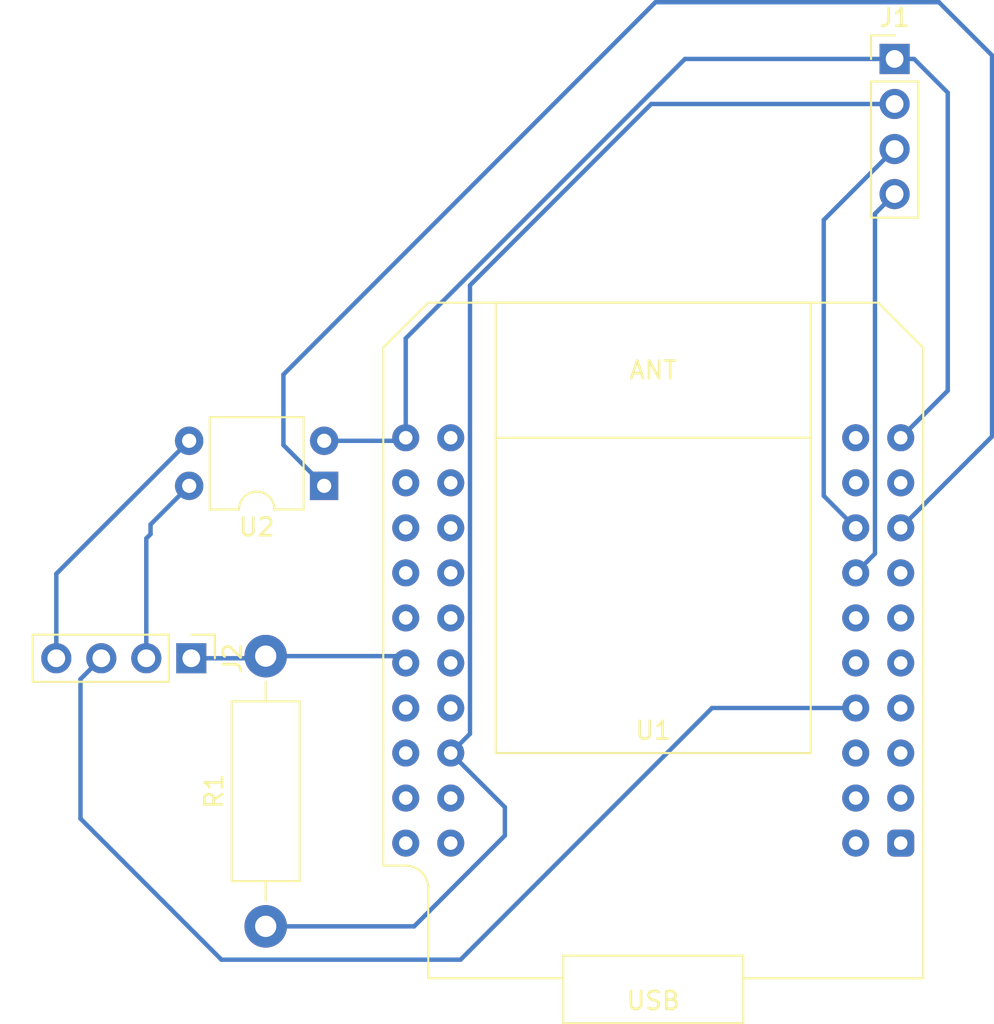
<source format=kicad_pcb>
(kicad_pcb (version 20211014) (generator pcbnew)
  (layers (0 "F.Cu" signal) (31 "B.Cu" signal) (34 "B.Paste" user) (35 "F.Paste" user) (36 "B.SilkS" user "B.Silkscreen") (37 "F.SilkS" user "F.Silkscreen") (38 "B.Mask" user) (39 "F.Mask" user) (44 "Edge.Cuts" user))
  (net 0 "")
  (net 1 "/GND")
  (net 2 "Net-(J1-Pad2)")
  (net 3 "Net-(J1-Pad3)")
  (net 4 "Net-(J1-Pad4)")
  (net 5 "/NTC Thermister")
  (net 6 "/5v")
  (net 7 "/Relay")
  (net 15 "/Relay_Pin")
  (footprint "Connector_PinHeader_2.54mm:PinHeader_1x04_P2.54mm_Vertical" (layer "F.Cu") (at 119.5 61.2)
    (fp_text reference "J1" (at 0 -2.33) (layer "F.SilkS"))
    (fp_text value "SSD1306")
    (fp_line (start -1.33 0) (end -1.33 -1.33) (layer "F.SilkS") (width 0.12))
    (fp_line (start -1.33 1.27) (end 1.33 1.27) (layer "F.SilkS") (width 0.12))
    (fp_line (start -1.33 -1.33) (end 0 -1.33) (layer "F.SilkS") (width 0.12))
    (fp_line (start 1.33 1.27) (end 1.33 8.95) (layer "F.SilkS") (width 0.12))
    (fp_line (start -1.33 8.95) (end 1.33 8.95) (layer "F.SilkS") (width 0.12))
    (fp_line (start -1.33 1.27) (end -1.33 8.95) (layer "F.SilkS") (width 0.12))
    (pad "1" thru_hole rect (at 0 0) (size 1.7 1.7) (drill 1) (layers *.Cu *.Mask) (net 1 "/GND"))
    (pad "2" thru_hole oval (at 0 2.54) (size 1.7 1.7) (drill 1) (layers *.Cu *.Mask) (net 2 "Net-(J1-Pad2)"))
    (pad "3" thru_hole oval (at 0 5.08) (size 1.7 1.7) (drill 1) (layers *.Cu *.Mask) (net 3 "Net-(J1-Pad3)"))
    (pad "4" thru_hole oval (at 0 7.62) (size 1.7 1.7) (drill 1) (layers *.Cu *.Mask) (net 4 "Net-(J1-Pad4)"))
  )
  (footprint "Resistor_THT:R_Axial_DIN0411_L9.9mm_D3.6mm_P15.24mm_Horizontal" (layer "F.Cu") (at 84 110.12 90)
    (fp_text reference "R1" (at 7.62 -2.92 90) (layer "F.SilkS"))
    (fp_text value "R")
    (fp_line (start 13.8 0) (end 12.69 0) (layer "F.SilkS") (width 0.12))
    (fp_line (start 2.55 -1.92) (end 2.55 1.92) (layer "F.SilkS") (width 0.12))
    (fp_line (start 1.44 0) (end 2.55 0) (layer "F.SilkS") (width 0.12))
    (fp_line (start 12.69 -1.92) (end 2.55 -1.92) (layer "F.SilkS") (width 0.12))
    (fp_line (start 2.55 1.92) (end 12.69 1.92) (layer "F.SilkS") (width 0.12))
    (fp_line (start 12.69 1.92) (end 12.69 -1.92) (layer "F.SilkS") (width 0.12))
    (pad "1" thru_hole circle (at 0 0 90) (size 2.4 2.4) (drill 1.2) (layers *.Cu *.Mask) (net 2 "Net-(J1-Pad2)"))
    (pad "2" thru_hole oval (at 15.24 0 90) (size 2.4 2.4) (drill 1.2) (layers *.Cu *.Mask) (net 5 "/NTC Thermister"))
  )
  (footprint "Connector_PinHeader_2.54mm:PinHeader_1x04_P2.54mm_Vertical" (layer "F.Cu") (at 79.8 95 -90)
    (fp_text reference "J2" (at 0 -2.33 90) (layer "F.SilkS"))
    (fp_text value "Conn_01x04")
    (fp_line (start -1.33 1.27) (end -1.33 8.95) (layer "F.SilkS") (width 0.12))
    (fp_line (start -1.33 8.95) (end 1.33 8.95) (layer "F.SilkS") (width 0.12))
    (fp_line (start -1.33 -1.33) (end 0 -1.33) (layer "F.SilkS") (width 0.12))
    (fp_line (start -1.33 0) (end -1.33 -1.33) (layer "F.SilkS") (width 0.12))
    (fp_line (start 1.33 1.27) (end 1.33 8.95) (layer "F.SilkS") (width 0.12))
    (fp_line (start -1.33 1.27) (end 1.33 1.27) (layer "F.SilkS") (width 0.12))
    (pad "1" thru_hole rect (at 0 0 270) (size 1.7 1.7) (drill 1) (layers *.Cu *.Mask) (net 5 "/NTC Thermister"))
    (pad "2" thru_hole oval (at 0 2.54 270) (size 1.7 1.7) (drill 1) (layers *.Cu *.Mask) (net 6 "/5v"))
    (pad "3" thru_hole oval (at 0 5.08 270) (size 1.7 1.7) (drill 1) (layers *.Cu *.Mask) (net 1 "/GND"))
    (pad "4" thru_hole oval (at 0 7.62 270) (size 1.7 1.7) (drill 1) (layers *.Cu *.Mask) (net 7 "/Relay"))
  )
  (footprint "Package_DIP:DIP-4_W7.62mm" (layer "F.Cu") (at 87.3 85.275 180)
    (fp_text reference "U2" (at 3.81 -2.33) (layer "F.SilkS"))
    (fp_text value "PC817")
    (fp_line (start 1.16 -1.33) (end 1.16 3.87) (layer "F.SilkS") (width 0.12))
    (fp_line (start 1.16 3.87) (end 6.46 3.87) (layer "F.SilkS") (width 0.12))
    (fp_line (start 6.46 -1.33) (end 4.81 -1.33) (layer "F.SilkS") (width 0.12))
    (fp_line (start 2.81 -1.33) (end 1.16 -1.33) (layer "F.SilkS") (width 0.12))
    (fp_line (start 6.46 3.87) (end 6.46 -1.33) (layer "F.SilkS") (width 0.12))
    (fp_arc (start 4.81 -1.33) (mid 3.81 -0.33) (end 2.81 -1.33) (layer "F.SilkS") (width 0.12))
    (pad "1" thru_hole rect (at 0 0 180) (size 1.6 1.6) (drill 0.8) (layers *.Cu *.Mask) (net 15 "/Relay_Pin"))
    (pad "2" thru_hole oval (at 0 2.54 180) (size 1.6 1.6) (drill 0.8) (layers *.Cu *.Mask) (net 1 "/GND"))
    (pad "3" thru_hole oval (at 7.62 2.54 180) (size 1.6 1.6) (drill 0.8) (layers *.Cu *.Mask) (net 7 "/Relay"))
    (pad "4" thru_hole oval (at 7.62 0 180) (size 1.6 1.6) (drill 0.8) (layers *.Cu *.Mask) (net 6 "/5v"))
  )
  (footprint "ESP32:ESP32-Wemos-D1" (layer "F.Cu") (at 105.875 93.995)
    (fp_text reference "U1" (at 0 5.08 unlocked) (layer "F.SilkS"))
    (fp_text value "ESP32_Wemos_D1_mini")
    (fp_text user "ANT" (at 0 -15.24 unlocked) (layer "F.SilkS"))
    (fp_text user "USB" (at 0 20.32 unlocked) (layer "F.SilkS"))
    (fp_line (start -8.89 -19.05) (end 8.89 -19.05) (layer "F.SilkS") (width 0.12))
    (fp_line (start 5.08 19.05) (end 15.24 19.05) (layer "F.SilkS") (width 0.12))
    (fp_line (start 8.89 6.35) (end -8.89 6.35) (layer "F.SilkS") (width 0.12))
    (fp_line (start -5.08 17.78) (end -5.08 19.05) (layer "F.SilkS") (width 0.12))
    (fp_line (start -12.7 19.05) (end -12.7 13.97) (layer "F.SilkS") (width 0.12))
    (fp_line (start 5.08 17.78) (end -5.08 17.78) (layer "F.SilkS") (width 0.12))
    (fp_line (start -5.08 21.59) (end 5.08 21.59) (layer "F.SilkS") (width 0.12))
    (fp_line (start -5.08 19.05) (end -12.7 19.05) (layer "F.SilkS") (width 0.12))
    (fp_line (start 15.24 19.05) (end 15.24 -16.51) (layer "F.SilkS") (width 0.12))
    (fp_line (start -15.24 -16.51) (end -15.24 12.7) (layer "F.SilkS") (width 0.12))
    (fp_line (start -15.24 12.7) (end -13.97 12.7) (layer "F.SilkS") (width 0.12))
    (fp_line (start 5.08 19.05) (end 5.08 17.78) (layer "F.SilkS") (width 0.12))
    (fp_line (start -12.7 -19.05) (end -15.24 -16.51) (layer "F.SilkS") (width 0.12))
    (fp_line (start 5.08 21.59) (end 5.08 19.05) (layer "F.SilkS") (width 0.12))
    (fp_line (start -5.08 19.05) (end -5.08 21.59) (layer "F.SilkS") (width 0.12))
    (fp_line (start 12.7 -19.05) (end -12.7 -19.05) (layer "F.SilkS") (width 0.12))
    (fp_line (start 15.24 -16.51) (end 12.7 -19.05) (layer "F.SilkS") (width 0.12))
    (fp_line (start 8.89 -19.05) (end 8.89 6.35) (layer "F.SilkS") (width 0.12))
    (fp_line (start -8.89 -11.43) (end 8.89 -11.43) (layer "F.SilkS") (width 0.12))
    (fp_line (start -8.89 6.35) (end -8.89 -19.05) (layer "F.SilkS") (width 0.12))
    (fp_arc (start -13.97 12.7) (mid -13.071974 13.071974) (end -12.7 13.97) (layer "F.SilkS") (width 0.12))
    (pad "1" thru_hole roundrect (at 13.97 11.43) (size 1.524 1.524) (drill 0.762) (layers *.Cu *.Mask))
    (pad "2" thru_hole circle (at 13.97 8.89) (size 1.524 1.524) (drill 0.762) (layers *.Cu *.Mask))
    (pad "3" thru_hole circle (at 13.97 6.35) (size 1.524 1.524) (drill 0.762) (layers *.Cu *.Mask))
    (pad "4" thru_hole circle (at 13.97 3.81) (size 1.524 1.524) (drill 0.762) (layers *.Cu *.Mask))
    (pad "5" thru_hole circle (at 13.97 1.27) (size 1.524 1.524) (drill 0.762) (layers *.Cu *.Mask))
    (pad "6" thru_hole circle (at 13.97 -1.27) (size 1.524 1.524) (drill 0.762) (layers *.Cu *.Mask))
    (pad "7" thru_hole circle (at 13.97 -3.81) (size 1.524 1.524) (drill 0.762) (layers *.Cu *.Mask))
    (pad "8" thru_hole circle (at 13.97 -6.35) (size 1.524 1.524) (drill 0.762) (layers *.Cu *.Mask) (net 15 "/Relay_Pin"))
    (pad "9" thru_hole circle (at 13.97 -8.89) (size 1.524 1.524) (drill 0.762) (layers *.Cu *.Mask))
    (pad "10" thru_hole circle (at 13.97 -11.43) (size 1.524 1.524) (drill 0.762) (layers *.Cu *.Mask) (net 1 "/GND"))
    (pad "11" thru_hole circle (at 11.43 -11.43) (size 1.524 1.524) (drill 0.762) (layers *.Cu *.Mask))
    (pad "12" thru_hole circle (at 11.43 -8.89) (size 1.524 1.524) (drill 0.762) (layers *.Cu *.Mask))
    (pad "13" thru_hole circle (at 11.43 -6.35) (size 1.524 1.524) (drill 0.762) (layers *.Cu *.Mask) (net 3 "Net-(J1-Pad3)"))
    (pad "14" thru_hole circle (at 11.43 -3.81) (size 1.524 1.524) (drill 0.762) (layers *.Cu *.Mask) (net 4 "Net-(J1-Pad4)"))
    (pad "15" thru_hole circle (at 11.43 -1.27) (size 1.524 1.524) (drill 0.762) (layers *.Cu *.Mask))
    (pad "16" thru_hole circle (at 11.43 1.27) (size 1.524 1.524) (drill 0.762) (layers *.Cu *.Mask))
    (pad "17" thru_hole circle (at 11.43 3.81) (size 1.524 1.524) (drill 0.762) (layers *.Cu *.Mask) (net 1 "/GND"))
    (pad "18" thru_hole circle (at 11.43 6.35) (size 1.524 1.524) (drill 0.762) (layers *.Cu *.Mask))
    (pad "19" thru_hole circle (at 11.43 8.89) (size 1.524 1.524) (drill 0.762) (layers *.Cu *.Mask))
    (pad "20" thru_hole circle (at 11.43 11.43) (size 1.524 1.524) (drill 0.762) (layers *.Cu *.Mask))
    (pad "21" thru_hole circle (at -11.43 11.43) (size 1.524 1.524) (drill 0.762) (layers *.Cu *.Mask))
    (pad "22" thru_hole circle (at -11.43 8.89) (size 1.524 1.524) (drill 0.762) (layers *.Cu *.Mask))
    (pad "23" thru_hole circle (at -11.43 6.35) (size 1.524 1.524) (drill 0.762) (layers *.Cu *.Mask) (net 2 "Net-(J1-Pad2)"))
    (pad "24" thru_hole circle (at -11.43 3.81) (size 1.524 1.524) (drill 0.762) (layers *.Cu *.Mask))
    (pad "25" thru_hole circle (at -11.43 1.27) (size 1.524 1.524) (drill 0.762) (layers *.Cu *.Mask))
    (pad "26" thru_hole circle (at -11.43 -1.27) (size 1.524 1.524) (drill 0.762) (layers *.Cu *.Mask))
    (pad "27" thru_hole circle (at -11.43 -3.81) (size 1.524 1.524) (drill 0.762) (layers *.Cu *.Mask))
    (pad "28" thru_hole circle (at -11.43 -6.35) (size 1.524 1.524) (drill 0.762) (layers *.Cu *.Mask))
    (pad "29" thru_hole circle (at -11.43 -8.89) (size 1.524 1.524) (drill 0.762) (layers *.Cu *.Mask))
    (pad "30" thru_hole circle (at -11.43 -11.43) (size 1.524 1.524) (drill 0.762) (layers *.Cu *.Mask))
    (pad "31" thru_hole circle (at -13.97 -11.43) (size 1.524 1.524) (drill 0.762) (layers *.Cu *.Mask) (net 1 "/GND"))
    (pad "32" thru_hole circle (at -13.97 -8.89) (size 1.524 1.524) (drill 0.762) (layers *.Cu *.Mask))
    (pad "33" thru_hole circle (at -13.97 -6.35) (size 1.524 1.524) (drill 0.762) (layers *.Cu *.Mask))
    (pad "34" thru_hole circle (at -13.97 -3.81) (size 1.524 1.524) (drill 0.762) (layers *.Cu *.Mask))
    (pad "35" thru_hole circle (at -13.97 -1.27) (size 1.524 1.524) (drill 0.762) (layers *.Cu *.Mask))
    (pad "36" thru_hole circle (at -13.97 1.27) (size 1.524 1.524) (drill 0.762) (layers *.Cu *.Mask) (net 5 "/NTC Thermister"))
    (pad "37" thru_hole circle (at -13.97 3.81) (size 1.524 1.524) (drill 0.762) (layers *.Cu *.Mask))
    (pad "38" thru_hole circle (at -13.97 6.35) (size 1.524 1.524) (drill 0.762) (layers *.Cu *.Mask))
    (pad "39" thru_hole circle (at -13.97 8.89) (size 1.524 1.524) (drill 0.762) (layers *.Cu *.Mask))
    (pad "40" thru_hole circle (at -13.97 11.43) (size 1.524 1.524) (drill 0.762) (layers *.Cu *.Mask))
  )
  (segment (start 122.5 79.91) (end 119.845 82.565) (width 0.25) (layer "B.Cu") (net 1))
  (segment (start 122.5 63.1) (end 122.5 79.91) (width 0.25) (layer "B.Cu") (net 1))
  (segment (start 95 112) (end 109.195 97.805) (width 0.25) (layer "B.Cu") (net 1))
  (segment (start 74.72 95) (end 73.545489 96.174511) (width 0.25) (layer "B.Cu") (net 1))
  (segment (start 119.5 61.2) (end 120.6 61.2) (width 0.25) (layer "B.Cu") (net 1))
  (segment (start 109.195 97.805) (end 117.305 97.805) (width 0.25) (layer "B.Cu") (net 1))
  (segment (start 73.545489 96.174511) (end 73.545489 104.045489) (width 0.25) (layer "B.Cu") (net 1))
  (segment (start 81.5 112) (end 95 112) (width 0.25) (layer "B.Cu") (net 1))
  (segment (start 120.6 61.2) (end 122.5 63.1) (width 0.25) (layer "B.Cu") (net 1))
  (segment (start 73.545489 104.045489) (end 81.5 112) (width 0.25) (layer "B.Cu") (net 1))
  (segment (start 119.5 61.2) (end 107.664282 61.2) (width 0.25) (layer "B.Cu") (net 1))
  (segment (start 107.664282 61.2) (end 91.905 76.959282) (width 0.25) (layer "B.Cu") (net 1))
  (segment (start 91.735 82.735) (end 91.905 82.565) (width 0.25) (layer "B.Cu") (net 1))
  (segment (start 87.3 82.735) (end 91.735 82.735) (width 0.25) (layer "B.Cu") (net 1))
  (segment (start 91.905 76.959282) (end 91.905 82.565) (width 0.25) (layer "B.Cu") (net 1))
  (segment (start 95.531511 99.258489) (end 94.445 100.345) (width 0.25) (layer "B.Cu") (net 2))
  (segment (start 97.5 103.4) (end 94.445 100.345) (width 0.25) (layer "B.Cu") (net 2))
  (segment (start 119.5 63.74) (end 105.76 63.74) (width 0.25) (layer "B.Cu") (net 2))
  (segment (start 92.38 110.12) (end 97.5 105) (width 0.25) (layer "B.Cu") (net 2))
  (segment (start 84 110.12) (end 92.38 110.12) (width 0.25) (layer "B.Cu") (net 2))
  (segment (start 105.76 63.74) (end 95.531511 73.968489) (width 0.25) (layer "B.Cu") (net 2))
  (segment (start 95.531511 73.968489) (end 95.531511 99.258489) (width 0.25) (layer "B.Cu") (net 2))
  (segment (start 97.5 105) (end 97.5 103.4) (width 0.25) (layer "B.Cu") (net 2))
  (segment (start 115.5 85.84) (end 117.305 87.645) (width 0.25) (layer "B.Cu") (net 3))
  (segment (start 119.5 66.28) (end 115.5 70.28) (width 0.25) (layer "B.Cu") (net 3))
  (segment (start 115.5 70.28) (end 115.5 85.84) (width 0.25) (layer "B.Cu") (net 3))
  (segment (start 118.391511 89.098489) (end 118.391511 69.928489) (width 0.25) (layer "B.Cu") (net 4))
  (segment (start 118.391511 69.928489) (end 119.5 68.82) (width 0.25) (layer "B.Cu") (net 4))
  (segment (start 117.305 90.185) (end 118.391511 89.098489) (width 0.25) (layer "B.Cu") (net 4))
  (segment (start 83.88 95) (end 84 94.88) (width 0.25) (layer "B.Cu") (net 5))
  (segment (start 91.52 94.88) (end 91.905 95.265) (width 0.25) (layer "B.Cu") (net 5))
  (segment (start 79.8 95) (end 83.88 95) (width 0.25) (layer "B.Cu") (net 5))
  (segment (start 84 94.88) (end 91.52 94.88) (width 0.25) (layer "B.Cu") (net 5))
  (segment (start 77.5 88) (end 77.26 88.24) (width 0.25) (layer "B.Cu") (net 6))
  (segment (start 77.5 87.455) (end 77.5 88) (width 0.25) (layer "B.Cu") (net 6))
  (segment (start 79.68 85.275) (end 77.5 87.455) (width 0.25) (layer "B.Cu") (net 6))
  (segment (start 77.26 88.24) (end 77.26 95) (width 0.25) (layer "B.Cu") (net 6))
  (segment (start 72.18 90.235) (end 72.18 95) (width 0.25) (layer "B.Cu") (net 7))
  (segment (start 79.68 82.735) (end 72.18 90.235) (width 0.25) (layer "B.Cu") (net 7))
  (segment (start 122 58) (end 125 61) (width 0.25) (layer "B.Cu") (net 15))
  (segment (start 106 58) (end 122 58) (width 0.25) (layer "B.Cu") (net 15))
  (segment (start 85 82.975) (end 85 79) (width 0.25) (layer "B.Cu") (net 15))
  (segment (start 125 82.49) (end 119.845 87.645) (width 0.25) (layer "B.Cu") (net 15))
  (segment (start 87.3 85.275) (end 85 82.975) (width 0.25) (layer "B.Cu") (net 15))
  (segment (start 85 79) (end 106 58) (width 0.25) (layer "B.Cu") (net 15))
  (segment (start 125 61) (end 125 82.49) (width 0.25) (layer "B.Cu") (net 15))
)
</source>
